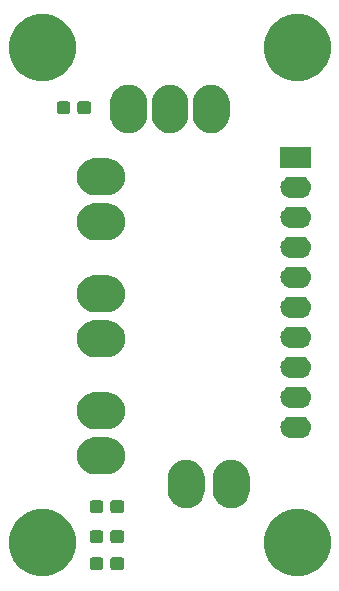
<source format=gbr>
G04 #@! TF.GenerationSoftware,KiCad,Pcbnew,5.1.4-e60b266~84~ubuntu18.04.1*
G04 #@! TF.CreationDate,2019-09-26T21:44:43+08:00*
G04 #@! TF.ProjectId,head,68656164-2e6b-4696-9361-645f70636258,rev?*
G04 #@! TF.SameCoordinates,Original*
G04 #@! TF.FileFunction,Soldermask,Bot*
G04 #@! TF.FilePolarity,Negative*
%FSLAX46Y46*%
G04 Gerber Fmt 4.6, Leading zero omitted, Abs format (unit mm)*
G04 Created by KiCad (PCBNEW 5.1.4-e60b266~84~ubuntu18.04.1) date 2019-09-26 21:44:43*
%MOMM*%
%LPD*%
G04 APERTURE LIST*
%ADD10C,1.200000*%
%ADD11C,0.100000*%
G04 APERTURE END LIST*
D10*
X115316000Y-32131000D02*
G75*
G03X115316000Y-32131000I-1905000J0D01*
G01*
X115316000Y-74041000D02*
G75*
G03X115316000Y-74041000I-1905000J0D01*
G01*
X93726000Y-74041000D02*
G75*
G03X93726000Y-74041000I-1905000J0D01*
G01*
X93726000Y-32131000D02*
G75*
G03X93726000Y-32131000I-1905000J0D01*
G01*
D11*
G36*
X114242313Y-71300523D02*
G01*
X114760980Y-71515362D01*
X114915871Y-71618857D01*
X115227769Y-71827260D01*
X115624740Y-72224231D01*
X115833143Y-72536129D01*
X115936638Y-72691020D01*
X116151477Y-73209687D01*
X116261000Y-73760298D01*
X116261000Y-74321702D01*
X116151477Y-74872313D01*
X115936638Y-75390980D01*
X115864035Y-75499638D01*
X115624740Y-75857769D01*
X115227769Y-76254740D01*
X114915871Y-76463143D01*
X114760980Y-76566638D01*
X114242313Y-76781477D01*
X113691702Y-76891000D01*
X113130298Y-76891000D01*
X112579687Y-76781477D01*
X112061020Y-76566638D01*
X111906129Y-76463143D01*
X111594231Y-76254740D01*
X111197260Y-75857769D01*
X110957965Y-75499638D01*
X110885362Y-75390980D01*
X110670523Y-74872313D01*
X110561000Y-74321702D01*
X110561000Y-73760298D01*
X110670523Y-73209687D01*
X110885362Y-72691020D01*
X110988857Y-72536129D01*
X111197260Y-72224231D01*
X111594231Y-71827260D01*
X111906129Y-71618857D01*
X112061020Y-71515362D01*
X112579687Y-71300523D01*
X113130298Y-71191000D01*
X113691702Y-71191000D01*
X114242313Y-71300523D01*
X114242313Y-71300523D01*
G37*
G36*
X92652313Y-71300523D02*
G01*
X93170980Y-71515362D01*
X93325871Y-71618857D01*
X93637769Y-71827260D01*
X94034740Y-72224231D01*
X94243143Y-72536129D01*
X94346638Y-72691020D01*
X94561477Y-73209687D01*
X94671000Y-73760298D01*
X94671000Y-74321702D01*
X94561477Y-74872313D01*
X94346638Y-75390980D01*
X94274035Y-75499638D01*
X94034740Y-75857769D01*
X93637769Y-76254740D01*
X93325871Y-76463143D01*
X93170980Y-76566638D01*
X92652313Y-76781477D01*
X92101702Y-76891000D01*
X91540298Y-76891000D01*
X90989687Y-76781477D01*
X90471020Y-76566638D01*
X90316129Y-76463143D01*
X90004231Y-76254740D01*
X89607260Y-75857769D01*
X89367965Y-75499638D01*
X89295362Y-75390980D01*
X89080523Y-74872313D01*
X88971000Y-74321702D01*
X88971000Y-73760298D01*
X89080523Y-73209687D01*
X89295362Y-72691020D01*
X89398857Y-72536129D01*
X89607260Y-72224231D01*
X90004231Y-71827260D01*
X90316129Y-71618857D01*
X90471020Y-71515362D01*
X90989687Y-71300523D01*
X91540298Y-71191000D01*
X92101702Y-71191000D01*
X92652313Y-71300523D01*
X92652313Y-71300523D01*
G37*
G36*
X98571499Y-75297445D02*
G01*
X98608995Y-75308820D01*
X98643554Y-75327292D01*
X98673847Y-75352153D01*
X98698708Y-75382446D01*
X98717180Y-75417005D01*
X98728555Y-75454501D01*
X98733000Y-75499638D01*
X98733000Y-76138362D01*
X98728555Y-76183499D01*
X98717180Y-76220995D01*
X98698708Y-76255554D01*
X98673847Y-76285847D01*
X98643554Y-76310708D01*
X98608995Y-76329180D01*
X98571499Y-76340555D01*
X98526362Y-76345000D01*
X97787638Y-76345000D01*
X97742501Y-76340555D01*
X97705005Y-76329180D01*
X97670446Y-76310708D01*
X97640153Y-76285847D01*
X97615292Y-76255554D01*
X97596820Y-76220995D01*
X97585445Y-76183499D01*
X97581000Y-76138362D01*
X97581000Y-75499638D01*
X97585445Y-75454501D01*
X97596820Y-75417005D01*
X97615292Y-75382446D01*
X97640153Y-75352153D01*
X97670446Y-75327292D01*
X97705005Y-75308820D01*
X97742501Y-75297445D01*
X97787638Y-75293000D01*
X98526362Y-75293000D01*
X98571499Y-75297445D01*
X98571499Y-75297445D01*
G37*
G36*
X96821499Y-75297445D02*
G01*
X96858995Y-75308820D01*
X96893554Y-75327292D01*
X96923847Y-75352153D01*
X96948708Y-75382446D01*
X96967180Y-75417005D01*
X96978555Y-75454501D01*
X96983000Y-75499638D01*
X96983000Y-76138362D01*
X96978555Y-76183499D01*
X96967180Y-76220995D01*
X96948708Y-76255554D01*
X96923847Y-76285847D01*
X96893554Y-76310708D01*
X96858995Y-76329180D01*
X96821499Y-76340555D01*
X96776362Y-76345000D01*
X96037638Y-76345000D01*
X95992501Y-76340555D01*
X95955005Y-76329180D01*
X95920446Y-76310708D01*
X95890153Y-76285847D01*
X95865292Y-76255554D01*
X95846820Y-76220995D01*
X95835445Y-76183499D01*
X95831000Y-76138362D01*
X95831000Y-75499638D01*
X95835445Y-75454501D01*
X95846820Y-75417005D01*
X95865292Y-75382446D01*
X95890153Y-75352153D01*
X95920446Y-75327292D01*
X95955005Y-75308820D01*
X95992501Y-75297445D01*
X96037638Y-75293000D01*
X96776362Y-75293000D01*
X96821499Y-75297445D01*
X96821499Y-75297445D01*
G37*
G36*
X98571499Y-73011445D02*
G01*
X98608995Y-73022820D01*
X98643554Y-73041292D01*
X98673847Y-73066153D01*
X98698708Y-73096446D01*
X98717180Y-73131005D01*
X98728555Y-73168501D01*
X98733000Y-73213638D01*
X98733000Y-73852362D01*
X98728555Y-73897499D01*
X98717180Y-73934995D01*
X98698708Y-73969554D01*
X98673847Y-73999847D01*
X98643554Y-74024708D01*
X98608995Y-74043180D01*
X98571499Y-74054555D01*
X98526362Y-74059000D01*
X97787638Y-74059000D01*
X97742501Y-74054555D01*
X97705005Y-74043180D01*
X97670446Y-74024708D01*
X97640153Y-73999847D01*
X97615292Y-73969554D01*
X97596820Y-73934995D01*
X97585445Y-73897499D01*
X97581000Y-73852362D01*
X97581000Y-73213638D01*
X97585445Y-73168501D01*
X97596820Y-73131005D01*
X97615292Y-73096446D01*
X97640153Y-73066153D01*
X97670446Y-73041292D01*
X97705005Y-73022820D01*
X97742501Y-73011445D01*
X97787638Y-73007000D01*
X98526362Y-73007000D01*
X98571499Y-73011445D01*
X98571499Y-73011445D01*
G37*
G36*
X96821499Y-73011445D02*
G01*
X96858995Y-73022820D01*
X96893554Y-73041292D01*
X96923847Y-73066153D01*
X96948708Y-73096446D01*
X96967180Y-73131005D01*
X96978555Y-73168501D01*
X96983000Y-73213638D01*
X96983000Y-73852362D01*
X96978555Y-73897499D01*
X96967180Y-73934995D01*
X96948708Y-73969554D01*
X96923847Y-73999847D01*
X96893554Y-74024708D01*
X96858995Y-74043180D01*
X96821499Y-74054555D01*
X96776362Y-74059000D01*
X96037638Y-74059000D01*
X95992501Y-74054555D01*
X95955005Y-74043180D01*
X95920446Y-74024708D01*
X95890153Y-73999847D01*
X95865292Y-73969554D01*
X95846820Y-73934995D01*
X95835445Y-73897499D01*
X95831000Y-73852362D01*
X95831000Y-73213638D01*
X95835445Y-73168501D01*
X95846820Y-73131005D01*
X95865292Y-73096446D01*
X95890153Y-73066153D01*
X95920446Y-73041292D01*
X95955005Y-73022820D01*
X95992501Y-73011445D01*
X96037638Y-73007000D01*
X96776362Y-73007000D01*
X96821499Y-73011445D01*
X96821499Y-73011445D01*
G37*
G36*
X96821499Y-70471445D02*
G01*
X96858995Y-70482820D01*
X96893554Y-70501292D01*
X96923847Y-70526153D01*
X96948708Y-70556446D01*
X96967180Y-70591005D01*
X96978555Y-70628501D01*
X96983000Y-70673638D01*
X96983000Y-71312362D01*
X96978555Y-71357499D01*
X96967180Y-71394995D01*
X96948708Y-71429554D01*
X96923847Y-71459847D01*
X96893554Y-71484708D01*
X96858995Y-71503180D01*
X96821499Y-71514555D01*
X96776362Y-71519000D01*
X96037638Y-71519000D01*
X95992501Y-71514555D01*
X95955005Y-71503180D01*
X95920446Y-71484708D01*
X95890153Y-71459847D01*
X95865292Y-71429554D01*
X95846820Y-71394995D01*
X95835445Y-71357499D01*
X95831000Y-71312362D01*
X95831000Y-70673638D01*
X95835445Y-70628501D01*
X95846820Y-70591005D01*
X95865292Y-70556446D01*
X95890153Y-70526153D01*
X95920446Y-70501292D01*
X95955005Y-70482820D01*
X95992501Y-70471445D01*
X96037638Y-70467000D01*
X96776362Y-70467000D01*
X96821499Y-70471445D01*
X96821499Y-70471445D01*
G37*
G36*
X98571499Y-70471445D02*
G01*
X98608995Y-70482820D01*
X98643554Y-70501292D01*
X98673847Y-70526153D01*
X98698708Y-70556446D01*
X98717180Y-70591005D01*
X98728555Y-70628501D01*
X98733000Y-70673638D01*
X98733000Y-71312362D01*
X98728555Y-71357499D01*
X98717180Y-71394995D01*
X98698708Y-71429554D01*
X98673847Y-71459847D01*
X98643554Y-71484708D01*
X98608995Y-71503180D01*
X98571499Y-71514555D01*
X98526362Y-71519000D01*
X97787638Y-71519000D01*
X97742501Y-71514555D01*
X97705005Y-71503180D01*
X97670446Y-71484708D01*
X97640153Y-71459847D01*
X97615292Y-71429554D01*
X97596820Y-71394995D01*
X97585445Y-71357499D01*
X97581000Y-71312362D01*
X97581000Y-70673638D01*
X97585445Y-70628501D01*
X97596820Y-70591005D01*
X97615292Y-70556446D01*
X97640153Y-70526153D01*
X97670446Y-70501292D01*
X97705005Y-70482820D01*
X97742501Y-70471445D01*
X97787638Y-70467000D01*
X98526362Y-70467000D01*
X98571499Y-70471445D01*
X98571499Y-70471445D01*
G37*
G36*
X104317049Y-67059442D02*
G01*
X104609414Y-67148130D01*
X104609416Y-67148131D01*
X104878858Y-67292150D01*
X105115029Y-67485971D01*
X105308850Y-67722142D01*
X105452869Y-67991584D01*
X105452870Y-67991586D01*
X105541558Y-68283951D01*
X105564000Y-68511810D01*
X105564000Y-69664190D01*
X105541558Y-69892049D01*
X105452870Y-70184413D01*
X105452869Y-70184416D01*
X105308850Y-70453858D01*
X105202395Y-70583574D01*
X105115029Y-70690029D01*
X104914768Y-70854378D01*
X104878856Y-70883850D01*
X104609415Y-71027869D01*
X104609413Y-71027870D01*
X104317048Y-71116558D01*
X104013000Y-71146504D01*
X103708951Y-71116558D01*
X103416586Y-71027870D01*
X103416584Y-71027869D01*
X103147142Y-70883850D01*
X102959676Y-70730000D01*
X102910971Y-70690029D01*
X102717151Y-70453857D01*
X102573130Y-70184413D01*
X102484442Y-69892048D01*
X102462000Y-69664189D01*
X102462000Y-68511810D01*
X102484442Y-68283951D01*
X102573130Y-67991586D01*
X102717151Y-67722142D01*
X102910972Y-67485971D01*
X103147143Y-67292150D01*
X103416585Y-67148131D01*
X103416587Y-67148130D01*
X103708952Y-67059442D01*
X104013000Y-67029496D01*
X104317049Y-67059442D01*
X104317049Y-67059442D01*
G37*
G36*
X108127049Y-67059442D02*
G01*
X108419414Y-67148130D01*
X108419416Y-67148131D01*
X108688858Y-67292150D01*
X108925029Y-67485971D01*
X109118850Y-67722142D01*
X109262869Y-67991584D01*
X109262870Y-67991586D01*
X109351558Y-68283951D01*
X109374000Y-68511810D01*
X109374000Y-69664190D01*
X109351558Y-69892049D01*
X109262870Y-70184413D01*
X109262869Y-70184416D01*
X109118850Y-70453858D01*
X109012395Y-70583574D01*
X108925029Y-70690029D01*
X108724768Y-70854378D01*
X108688856Y-70883850D01*
X108419415Y-71027869D01*
X108419413Y-71027870D01*
X108127048Y-71116558D01*
X107823000Y-71146504D01*
X107518951Y-71116558D01*
X107226586Y-71027870D01*
X107226584Y-71027869D01*
X106957142Y-70883850D01*
X106769676Y-70730000D01*
X106720971Y-70690029D01*
X106527151Y-70453857D01*
X106383130Y-70184413D01*
X106294442Y-69892048D01*
X106272000Y-69664189D01*
X106272000Y-68511810D01*
X106294442Y-68283951D01*
X106383130Y-67991586D01*
X106527151Y-67722142D01*
X106720972Y-67485971D01*
X106957143Y-67292150D01*
X107226585Y-67148131D01*
X107226587Y-67148130D01*
X107518952Y-67059442D01*
X107823000Y-67029496D01*
X108127049Y-67059442D01*
X108127049Y-67059442D01*
G37*
G36*
X97426143Y-65131481D02*
G01*
X97578049Y-65146442D01*
X97870414Y-65235130D01*
X97870416Y-65235131D01*
X98139858Y-65379150D01*
X98376029Y-65572971D01*
X98569850Y-65809142D01*
X98713869Y-66078584D01*
X98713870Y-66078586D01*
X98802558Y-66370951D01*
X98832504Y-66675000D01*
X98802558Y-66979049D01*
X98713870Y-67271414D01*
X98713869Y-67271416D01*
X98569850Y-67540858D01*
X98376029Y-67777029D01*
X98139858Y-67970850D01*
X97870416Y-68114869D01*
X97870414Y-68114870D01*
X97578049Y-68203558D01*
X97426143Y-68218519D01*
X97350191Y-68226000D01*
X96197809Y-68226000D01*
X96121857Y-68218519D01*
X95969951Y-68203558D01*
X95677586Y-68114870D01*
X95677584Y-68114869D01*
X95408142Y-67970850D01*
X95171971Y-67777029D01*
X94978150Y-67540858D01*
X94834131Y-67271416D01*
X94834130Y-67271414D01*
X94745442Y-66979049D01*
X94715496Y-66675000D01*
X94745442Y-66370951D01*
X94834130Y-66078586D01*
X94834131Y-66078584D01*
X94978150Y-65809142D01*
X95171971Y-65572971D01*
X95408142Y-65379150D01*
X95677584Y-65235131D01*
X95677586Y-65235130D01*
X95969951Y-65146442D01*
X96121857Y-65131481D01*
X96197809Y-65124000D01*
X97350191Y-65124000D01*
X97426143Y-65131481D01*
X97426143Y-65131481D01*
G37*
G36*
X113794442Y-63367518D02*
G01*
X113860627Y-63374037D01*
X114030466Y-63425557D01*
X114186991Y-63509222D01*
X114222729Y-63538552D01*
X114324186Y-63621814D01*
X114407448Y-63723271D01*
X114436778Y-63759009D01*
X114520443Y-63915534D01*
X114571963Y-64085373D01*
X114589359Y-64262000D01*
X114571963Y-64438627D01*
X114520443Y-64608466D01*
X114436778Y-64764991D01*
X114407448Y-64800729D01*
X114324186Y-64902186D01*
X114222729Y-64985448D01*
X114186991Y-65014778D01*
X114030466Y-65098443D01*
X113860627Y-65149963D01*
X113794443Y-65156481D01*
X113728260Y-65163000D01*
X112839740Y-65163000D01*
X112773557Y-65156481D01*
X112707373Y-65149963D01*
X112537534Y-65098443D01*
X112381009Y-65014778D01*
X112345271Y-64985448D01*
X112243814Y-64902186D01*
X112160552Y-64800729D01*
X112131222Y-64764991D01*
X112047557Y-64608466D01*
X111996037Y-64438627D01*
X111978641Y-64262000D01*
X111996037Y-64085373D01*
X112047557Y-63915534D01*
X112131222Y-63759009D01*
X112160552Y-63723271D01*
X112243814Y-63621814D01*
X112345271Y-63538552D01*
X112381009Y-63509222D01*
X112537534Y-63425557D01*
X112707373Y-63374037D01*
X112773558Y-63367518D01*
X112839740Y-63361000D01*
X113728260Y-63361000D01*
X113794442Y-63367518D01*
X113794442Y-63367518D01*
G37*
G36*
X97426143Y-61321481D02*
G01*
X97578049Y-61336442D01*
X97870414Y-61425130D01*
X97870416Y-61425131D01*
X98139858Y-61569150D01*
X98376029Y-61762971D01*
X98569850Y-61999142D01*
X98606905Y-62068468D01*
X98713870Y-62268586D01*
X98802558Y-62560951D01*
X98832504Y-62865000D01*
X98802558Y-63169049D01*
X98713870Y-63461414D01*
X98713869Y-63461416D01*
X98569850Y-63730858D01*
X98376029Y-63967029D01*
X98139858Y-64160850D01*
X97870416Y-64304869D01*
X97870414Y-64304870D01*
X97578049Y-64393558D01*
X97426143Y-64408519D01*
X97350191Y-64416000D01*
X96197809Y-64416000D01*
X96121857Y-64408519D01*
X95969951Y-64393558D01*
X95677586Y-64304870D01*
X95677584Y-64304869D01*
X95408142Y-64160850D01*
X95171971Y-63967029D01*
X94978150Y-63730858D01*
X94834131Y-63461416D01*
X94834130Y-63461414D01*
X94745442Y-63169049D01*
X94715496Y-62865000D01*
X94745442Y-62560951D01*
X94834130Y-62268586D01*
X94941095Y-62068468D01*
X94978150Y-61999142D01*
X95171971Y-61762971D01*
X95408142Y-61569150D01*
X95677584Y-61425131D01*
X95677586Y-61425130D01*
X95969951Y-61336442D01*
X96121857Y-61321481D01*
X96197809Y-61314000D01*
X97350191Y-61314000D01*
X97426143Y-61321481D01*
X97426143Y-61321481D01*
G37*
G36*
X113794443Y-60827519D02*
G01*
X113860627Y-60834037D01*
X114030466Y-60885557D01*
X114186991Y-60969222D01*
X114222729Y-60998552D01*
X114324186Y-61081814D01*
X114407448Y-61183271D01*
X114436778Y-61219009D01*
X114520443Y-61375534D01*
X114571963Y-61545373D01*
X114589359Y-61722000D01*
X114571963Y-61898627D01*
X114520443Y-62068466D01*
X114436778Y-62224991D01*
X114407448Y-62260729D01*
X114324186Y-62362186D01*
X114222729Y-62445448D01*
X114186991Y-62474778D01*
X114030466Y-62558443D01*
X113860627Y-62609963D01*
X113794442Y-62616482D01*
X113728260Y-62623000D01*
X112839740Y-62623000D01*
X112773558Y-62616482D01*
X112707373Y-62609963D01*
X112537534Y-62558443D01*
X112381009Y-62474778D01*
X112345271Y-62445448D01*
X112243814Y-62362186D01*
X112160552Y-62260729D01*
X112131222Y-62224991D01*
X112047557Y-62068466D01*
X111996037Y-61898627D01*
X111978641Y-61722000D01*
X111996037Y-61545373D01*
X112047557Y-61375534D01*
X112131222Y-61219009D01*
X112160552Y-61183271D01*
X112243814Y-61081814D01*
X112345271Y-60998552D01*
X112381009Y-60969222D01*
X112537534Y-60885557D01*
X112707373Y-60834037D01*
X112773557Y-60827519D01*
X112839740Y-60821000D01*
X113728260Y-60821000D01*
X113794443Y-60827519D01*
X113794443Y-60827519D01*
G37*
G36*
X113794442Y-58287518D02*
G01*
X113860627Y-58294037D01*
X114030466Y-58345557D01*
X114186991Y-58429222D01*
X114222729Y-58458552D01*
X114324186Y-58541814D01*
X114407448Y-58643271D01*
X114436778Y-58679009D01*
X114520443Y-58835534D01*
X114571963Y-59005373D01*
X114589359Y-59182000D01*
X114571963Y-59358627D01*
X114520443Y-59528466D01*
X114436778Y-59684991D01*
X114407448Y-59720729D01*
X114324186Y-59822186D01*
X114222729Y-59905448D01*
X114186991Y-59934778D01*
X114030466Y-60018443D01*
X113860627Y-60069963D01*
X113794442Y-60076482D01*
X113728260Y-60083000D01*
X112839740Y-60083000D01*
X112773558Y-60076482D01*
X112707373Y-60069963D01*
X112537534Y-60018443D01*
X112381009Y-59934778D01*
X112345271Y-59905448D01*
X112243814Y-59822186D01*
X112160552Y-59720729D01*
X112131222Y-59684991D01*
X112047557Y-59528466D01*
X111996037Y-59358627D01*
X111978641Y-59182000D01*
X111996037Y-59005373D01*
X112047557Y-58835534D01*
X112131222Y-58679009D01*
X112160552Y-58643271D01*
X112243814Y-58541814D01*
X112345271Y-58458552D01*
X112381009Y-58429222D01*
X112537534Y-58345557D01*
X112707373Y-58294037D01*
X112773558Y-58287518D01*
X112839740Y-58281000D01*
X113728260Y-58281000D01*
X113794442Y-58287518D01*
X113794442Y-58287518D01*
G37*
G36*
X97426143Y-55225481D02*
G01*
X97578049Y-55240442D01*
X97870414Y-55329130D01*
X97870416Y-55329131D01*
X98139858Y-55473150D01*
X98376029Y-55666971D01*
X98569850Y-55903142D01*
X98695923Y-56139009D01*
X98713870Y-56172586D01*
X98802558Y-56464951D01*
X98832504Y-56769000D01*
X98802558Y-57073049D01*
X98713870Y-57365414D01*
X98713869Y-57365416D01*
X98569850Y-57634858D01*
X98376029Y-57871029D01*
X98139858Y-58064850D01*
X97870416Y-58208869D01*
X97870414Y-58208870D01*
X97578049Y-58297558D01*
X97426143Y-58312519D01*
X97350191Y-58320000D01*
X96197809Y-58320000D01*
X96121857Y-58312519D01*
X95969951Y-58297558D01*
X95677586Y-58208870D01*
X95677584Y-58208869D01*
X95408142Y-58064850D01*
X95171971Y-57871029D01*
X94978150Y-57634858D01*
X94834131Y-57365416D01*
X94834130Y-57365414D01*
X94745442Y-57073049D01*
X94715496Y-56769000D01*
X94745442Y-56464951D01*
X94834130Y-56172586D01*
X94852077Y-56139009D01*
X94978150Y-55903142D01*
X95171971Y-55666971D01*
X95408142Y-55473150D01*
X95677584Y-55329131D01*
X95677586Y-55329130D01*
X95969951Y-55240442D01*
X96121857Y-55225481D01*
X96197809Y-55218000D01*
X97350191Y-55218000D01*
X97426143Y-55225481D01*
X97426143Y-55225481D01*
G37*
G36*
X113794442Y-55747518D02*
G01*
X113860627Y-55754037D01*
X114030466Y-55805557D01*
X114186991Y-55889222D01*
X114203952Y-55903142D01*
X114324186Y-56001814D01*
X114407448Y-56103271D01*
X114436778Y-56139009D01*
X114520443Y-56295534D01*
X114571963Y-56465373D01*
X114589359Y-56642000D01*
X114571963Y-56818627D01*
X114520443Y-56988466D01*
X114436778Y-57144991D01*
X114407448Y-57180729D01*
X114324186Y-57282186D01*
X114222771Y-57365414D01*
X114186991Y-57394778D01*
X114030466Y-57478443D01*
X113860627Y-57529963D01*
X113794442Y-57536482D01*
X113728260Y-57543000D01*
X112839740Y-57543000D01*
X112773558Y-57536482D01*
X112707373Y-57529963D01*
X112537534Y-57478443D01*
X112381009Y-57394778D01*
X112345229Y-57365414D01*
X112243814Y-57282186D01*
X112160552Y-57180729D01*
X112131222Y-57144991D01*
X112047557Y-56988466D01*
X111996037Y-56818627D01*
X111978641Y-56642000D01*
X111996037Y-56465373D01*
X112047557Y-56295534D01*
X112131222Y-56139009D01*
X112160552Y-56103271D01*
X112243814Y-56001814D01*
X112364048Y-55903142D01*
X112381009Y-55889222D01*
X112537534Y-55805557D01*
X112707373Y-55754037D01*
X112773558Y-55747518D01*
X112839740Y-55741000D01*
X113728260Y-55741000D01*
X113794442Y-55747518D01*
X113794442Y-55747518D01*
G37*
G36*
X113794442Y-53207518D02*
G01*
X113860627Y-53214037D01*
X114030466Y-53265557D01*
X114186991Y-53349222D01*
X114222729Y-53378552D01*
X114324186Y-53461814D01*
X114401000Y-53555414D01*
X114436778Y-53599009D01*
X114520443Y-53755534D01*
X114571963Y-53925373D01*
X114589359Y-54102000D01*
X114571963Y-54278627D01*
X114520443Y-54448466D01*
X114436778Y-54604991D01*
X114407448Y-54640729D01*
X114324186Y-54742186D01*
X114222729Y-54825448D01*
X114186991Y-54854778D01*
X114030466Y-54938443D01*
X113860627Y-54989963D01*
X113794443Y-54996481D01*
X113728260Y-55003000D01*
X112839740Y-55003000D01*
X112773557Y-54996481D01*
X112707373Y-54989963D01*
X112537534Y-54938443D01*
X112381009Y-54854778D01*
X112345271Y-54825448D01*
X112243814Y-54742186D01*
X112160552Y-54640729D01*
X112131222Y-54604991D01*
X112047557Y-54448466D01*
X111996037Y-54278627D01*
X111978641Y-54102000D01*
X111996037Y-53925373D01*
X112047557Y-53755534D01*
X112131222Y-53599009D01*
X112167000Y-53555414D01*
X112243814Y-53461814D01*
X112345271Y-53378552D01*
X112381009Y-53349222D01*
X112537534Y-53265557D01*
X112707373Y-53214037D01*
X112773558Y-53207518D01*
X112839740Y-53201000D01*
X113728260Y-53201000D01*
X113794442Y-53207518D01*
X113794442Y-53207518D01*
G37*
G36*
X97426143Y-51415481D02*
G01*
X97578049Y-51430442D01*
X97870414Y-51519130D01*
X97870416Y-51519131D01*
X98139858Y-51663150D01*
X98376029Y-51856971D01*
X98569850Y-52093142D01*
X98688316Y-52314778D01*
X98713870Y-52362586D01*
X98802558Y-52654951D01*
X98832504Y-52959000D01*
X98802558Y-53263049D01*
X98713870Y-53555414D01*
X98713869Y-53555416D01*
X98569850Y-53824858D01*
X98376029Y-54061029D01*
X98139858Y-54254850D01*
X97870416Y-54398869D01*
X97870414Y-54398870D01*
X97578049Y-54487558D01*
X97426143Y-54502519D01*
X97350191Y-54510000D01*
X96197809Y-54510000D01*
X96121857Y-54502519D01*
X95969951Y-54487558D01*
X95677586Y-54398870D01*
X95677584Y-54398869D01*
X95408142Y-54254850D01*
X95171971Y-54061029D01*
X94978150Y-53824858D01*
X94834131Y-53555416D01*
X94834130Y-53555414D01*
X94745442Y-53263049D01*
X94715496Y-52959000D01*
X94745442Y-52654951D01*
X94834130Y-52362586D01*
X94859684Y-52314778D01*
X94978150Y-52093142D01*
X95171971Y-51856971D01*
X95408142Y-51663150D01*
X95677584Y-51519131D01*
X95677586Y-51519130D01*
X95969951Y-51430442D01*
X96121857Y-51415481D01*
X96197809Y-51408000D01*
X97350191Y-51408000D01*
X97426143Y-51415481D01*
X97426143Y-51415481D01*
G37*
G36*
X113794442Y-50667518D02*
G01*
X113860627Y-50674037D01*
X114030466Y-50725557D01*
X114186991Y-50809222D01*
X114222729Y-50838552D01*
X114324186Y-50921814D01*
X114407448Y-51023271D01*
X114436778Y-51059009D01*
X114520443Y-51215534D01*
X114571963Y-51385373D01*
X114589359Y-51562000D01*
X114571963Y-51738627D01*
X114520443Y-51908466D01*
X114436778Y-52064991D01*
X114413675Y-52093142D01*
X114324186Y-52202186D01*
X114222729Y-52285448D01*
X114186991Y-52314778D01*
X114030466Y-52398443D01*
X113860627Y-52449963D01*
X113794443Y-52456481D01*
X113728260Y-52463000D01*
X112839740Y-52463000D01*
X112773557Y-52456481D01*
X112707373Y-52449963D01*
X112537534Y-52398443D01*
X112381009Y-52314778D01*
X112345271Y-52285448D01*
X112243814Y-52202186D01*
X112154325Y-52093142D01*
X112131222Y-52064991D01*
X112047557Y-51908466D01*
X111996037Y-51738627D01*
X111978641Y-51562000D01*
X111996037Y-51385373D01*
X112047557Y-51215534D01*
X112131222Y-51059009D01*
X112160552Y-51023271D01*
X112243814Y-50921814D01*
X112345271Y-50838552D01*
X112381009Y-50809222D01*
X112537534Y-50725557D01*
X112707373Y-50674037D01*
X112773558Y-50667518D01*
X112839740Y-50661000D01*
X113728260Y-50661000D01*
X113794442Y-50667518D01*
X113794442Y-50667518D01*
G37*
G36*
X113794443Y-48127519D02*
G01*
X113860627Y-48134037D01*
X114030466Y-48185557D01*
X114186991Y-48269222D01*
X114222729Y-48298552D01*
X114324186Y-48381814D01*
X114407448Y-48483271D01*
X114436778Y-48519009D01*
X114520443Y-48675534D01*
X114571963Y-48845373D01*
X114589359Y-49022000D01*
X114571963Y-49198627D01*
X114520443Y-49368466D01*
X114436778Y-49524991D01*
X114407448Y-49560729D01*
X114324186Y-49662186D01*
X114222729Y-49745448D01*
X114186991Y-49774778D01*
X114030466Y-49858443D01*
X113860627Y-49909963D01*
X113794443Y-49916481D01*
X113728260Y-49923000D01*
X112839740Y-49923000D01*
X112773557Y-49916481D01*
X112707373Y-49909963D01*
X112537534Y-49858443D01*
X112381009Y-49774778D01*
X112345271Y-49745448D01*
X112243814Y-49662186D01*
X112160552Y-49560729D01*
X112131222Y-49524991D01*
X112047557Y-49368466D01*
X111996037Y-49198627D01*
X111978641Y-49022000D01*
X111996037Y-48845373D01*
X112047557Y-48675534D01*
X112131222Y-48519009D01*
X112160552Y-48483271D01*
X112243814Y-48381814D01*
X112345271Y-48298552D01*
X112381009Y-48269222D01*
X112537534Y-48185557D01*
X112707373Y-48134037D01*
X112773558Y-48127518D01*
X112839740Y-48121000D01*
X113728260Y-48121000D01*
X113794443Y-48127519D01*
X113794443Y-48127519D01*
G37*
G36*
X97426143Y-45319481D02*
G01*
X97578049Y-45334442D01*
X97870414Y-45423130D01*
X97870416Y-45423131D01*
X98139858Y-45567150D01*
X98376029Y-45760971D01*
X98569850Y-45997142D01*
X98713869Y-46266584D01*
X98713870Y-46266586D01*
X98802558Y-46558951D01*
X98832504Y-46863000D01*
X98802558Y-47167049D01*
X98713870Y-47459414D01*
X98713869Y-47459416D01*
X98569850Y-47728858D01*
X98376029Y-47965029D01*
X98139858Y-48158850D01*
X97933367Y-48269221D01*
X97870414Y-48302870D01*
X97578049Y-48391558D01*
X97426143Y-48406519D01*
X97350191Y-48414000D01*
X96197809Y-48414000D01*
X96121857Y-48406519D01*
X95969951Y-48391558D01*
X95677586Y-48302870D01*
X95614633Y-48269221D01*
X95408142Y-48158850D01*
X95171971Y-47965029D01*
X94978150Y-47728858D01*
X94834131Y-47459416D01*
X94834130Y-47459414D01*
X94745442Y-47167049D01*
X94715496Y-46863000D01*
X94745442Y-46558951D01*
X94834130Y-46266586D01*
X94834131Y-46266584D01*
X94978150Y-45997142D01*
X95171971Y-45760971D01*
X95408142Y-45567150D01*
X95677584Y-45423131D01*
X95677586Y-45423130D01*
X95969951Y-45334442D01*
X96121857Y-45319481D01*
X96197809Y-45312000D01*
X97350191Y-45312000D01*
X97426143Y-45319481D01*
X97426143Y-45319481D01*
G37*
G36*
X113794442Y-45587518D02*
G01*
X113860627Y-45594037D01*
X114030466Y-45645557D01*
X114186991Y-45729222D01*
X114222729Y-45758552D01*
X114324186Y-45841814D01*
X114407448Y-45943271D01*
X114436778Y-45979009D01*
X114520443Y-46135534D01*
X114571963Y-46305373D01*
X114589359Y-46482000D01*
X114571963Y-46658627D01*
X114520443Y-46828466D01*
X114436778Y-46984991D01*
X114407448Y-47020729D01*
X114324186Y-47122186D01*
X114222729Y-47205448D01*
X114186991Y-47234778D01*
X114030466Y-47318443D01*
X113860627Y-47369963D01*
X113794442Y-47376482D01*
X113728260Y-47383000D01*
X112839740Y-47383000D01*
X112773557Y-47376481D01*
X112707373Y-47369963D01*
X112537534Y-47318443D01*
X112381009Y-47234778D01*
X112345271Y-47205448D01*
X112243814Y-47122186D01*
X112160552Y-47020729D01*
X112131222Y-46984991D01*
X112047557Y-46828466D01*
X111996037Y-46658627D01*
X111978641Y-46482000D01*
X111996037Y-46305373D01*
X112047557Y-46135534D01*
X112131222Y-45979009D01*
X112160552Y-45943271D01*
X112243814Y-45841814D01*
X112345271Y-45758552D01*
X112381009Y-45729222D01*
X112537534Y-45645557D01*
X112707373Y-45594037D01*
X112773558Y-45587518D01*
X112839740Y-45581000D01*
X113728260Y-45581000D01*
X113794442Y-45587518D01*
X113794442Y-45587518D01*
G37*
G36*
X113794442Y-43047518D02*
G01*
X113860627Y-43054037D01*
X114030466Y-43105557D01*
X114186991Y-43189222D01*
X114222729Y-43218552D01*
X114324186Y-43301814D01*
X114407448Y-43403271D01*
X114436778Y-43439009D01*
X114520443Y-43595534D01*
X114571963Y-43765373D01*
X114589359Y-43942000D01*
X114571963Y-44118627D01*
X114520443Y-44288466D01*
X114436778Y-44444991D01*
X114407448Y-44480729D01*
X114324186Y-44582186D01*
X114222729Y-44665448D01*
X114186991Y-44694778D01*
X114030466Y-44778443D01*
X113860627Y-44829963D01*
X113794442Y-44836482D01*
X113728260Y-44843000D01*
X112839740Y-44843000D01*
X112773558Y-44836482D01*
X112707373Y-44829963D01*
X112537534Y-44778443D01*
X112381009Y-44694778D01*
X112345271Y-44665448D01*
X112243814Y-44582186D01*
X112160552Y-44480729D01*
X112131222Y-44444991D01*
X112047557Y-44288466D01*
X111996037Y-44118627D01*
X111978641Y-43942000D01*
X111996037Y-43765373D01*
X112047557Y-43595534D01*
X112131222Y-43439009D01*
X112160552Y-43403271D01*
X112243814Y-43301814D01*
X112345271Y-43218552D01*
X112381009Y-43189222D01*
X112537534Y-43105557D01*
X112707373Y-43054037D01*
X112773557Y-43047519D01*
X112839740Y-43041000D01*
X113728260Y-43041000D01*
X113794442Y-43047518D01*
X113794442Y-43047518D01*
G37*
G36*
X97426143Y-41509481D02*
G01*
X97578049Y-41524442D01*
X97870414Y-41613130D01*
X97870416Y-41613131D01*
X98139858Y-41757150D01*
X98376029Y-41950971D01*
X98569850Y-42187142D01*
X98713869Y-42456584D01*
X98713870Y-42456586D01*
X98802558Y-42748951D01*
X98832504Y-43053000D01*
X98802558Y-43357049D01*
X98777695Y-43439011D01*
X98713869Y-43649416D01*
X98569850Y-43918858D01*
X98376029Y-44155029D01*
X98139858Y-44348850D01*
X97870416Y-44492869D01*
X97870414Y-44492870D01*
X97578049Y-44581558D01*
X97426143Y-44596519D01*
X97350191Y-44604000D01*
X96197809Y-44604000D01*
X96121857Y-44596519D01*
X95969951Y-44581558D01*
X95677586Y-44492870D01*
X95677584Y-44492869D01*
X95408142Y-44348850D01*
X95171971Y-44155029D01*
X94978150Y-43918858D01*
X94834131Y-43649416D01*
X94770305Y-43439011D01*
X94745442Y-43357049D01*
X94715496Y-43053000D01*
X94745442Y-42748951D01*
X94834130Y-42456586D01*
X94834131Y-42456584D01*
X94978150Y-42187142D01*
X95171971Y-41950971D01*
X95408142Y-41757150D01*
X95677584Y-41613131D01*
X95677586Y-41613130D01*
X95969951Y-41524442D01*
X96121857Y-41509481D01*
X96197809Y-41502000D01*
X97350191Y-41502000D01*
X97426143Y-41509481D01*
X97426143Y-41509481D01*
G37*
G36*
X114585000Y-42303000D02*
G01*
X111983000Y-42303000D01*
X111983000Y-40501000D01*
X114585000Y-40501000D01*
X114585000Y-42303000D01*
X114585000Y-42303000D01*
G37*
G36*
X106420048Y-35309442D02*
G01*
X106712413Y-35398130D01*
X106712415Y-35398131D01*
X106981856Y-35542150D01*
X106981858Y-35542151D01*
X106981857Y-35542151D01*
X107218029Y-35735971D01*
X107305395Y-35842426D01*
X107411850Y-35972142D01*
X107555869Y-36241584D01*
X107555870Y-36241586D01*
X107644558Y-36533951D01*
X107667000Y-36761810D01*
X107667000Y-37914190D01*
X107644558Y-38142049D01*
X107555870Y-38434414D01*
X107555869Y-38434416D01*
X107411850Y-38703858D01*
X107218029Y-38940029D01*
X106981858Y-39133850D01*
X106712416Y-39277869D01*
X106712414Y-39277870D01*
X106420049Y-39366558D01*
X106116000Y-39396504D01*
X105811952Y-39366558D01*
X105519587Y-39277870D01*
X105519585Y-39277869D01*
X105250143Y-39133850D01*
X105013972Y-38940029D01*
X104820151Y-38703858D01*
X104676130Y-38434414D01*
X104587442Y-38142049D01*
X104565000Y-37914190D01*
X104565000Y-36761811D01*
X104587442Y-36533952D01*
X104676130Y-36241587D01*
X104820151Y-35972143D01*
X105013971Y-35735971D01*
X105120426Y-35648605D01*
X105250142Y-35542150D01*
X105519584Y-35398131D01*
X105519586Y-35398130D01*
X105811951Y-35309442D01*
X106116000Y-35279496D01*
X106420048Y-35309442D01*
X106420048Y-35309442D01*
G37*
G36*
X102920048Y-35309442D02*
G01*
X103212413Y-35398130D01*
X103212415Y-35398131D01*
X103481856Y-35542150D01*
X103481858Y-35542151D01*
X103481857Y-35542151D01*
X103718029Y-35735971D01*
X103805395Y-35842426D01*
X103911850Y-35972142D01*
X104055869Y-36241584D01*
X104055870Y-36241586D01*
X104144558Y-36533951D01*
X104167000Y-36761810D01*
X104167000Y-37914190D01*
X104144558Y-38142049D01*
X104055870Y-38434414D01*
X104055869Y-38434416D01*
X103911850Y-38703858D01*
X103718029Y-38940029D01*
X103481858Y-39133850D01*
X103212416Y-39277869D01*
X103212414Y-39277870D01*
X102920049Y-39366558D01*
X102616000Y-39396504D01*
X102311952Y-39366558D01*
X102019587Y-39277870D01*
X102019585Y-39277869D01*
X101750143Y-39133850D01*
X101513972Y-38940029D01*
X101320151Y-38703858D01*
X101176130Y-38434414D01*
X101087442Y-38142049D01*
X101065000Y-37914190D01*
X101065000Y-36761811D01*
X101087442Y-36533952D01*
X101176130Y-36241587D01*
X101320151Y-35972143D01*
X101513971Y-35735971D01*
X101620426Y-35648605D01*
X101750142Y-35542150D01*
X102019584Y-35398131D01*
X102019586Y-35398130D01*
X102311951Y-35309442D01*
X102616000Y-35279496D01*
X102920048Y-35309442D01*
X102920048Y-35309442D01*
G37*
G36*
X99420048Y-35309442D02*
G01*
X99712413Y-35398130D01*
X99712415Y-35398131D01*
X99981856Y-35542150D01*
X99981858Y-35542151D01*
X99981857Y-35542151D01*
X100218029Y-35735971D01*
X100305395Y-35842426D01*
X100411850Y-35972142D01*
X100555869Y-36241584D01*
X100555870Y-36241586D01*
X100644558Y-36533951D01*
X100667000Y-36761810D01*
X100667000Y-37914190D01*
X100644558Y-38142049D01*
X100555870Y-38434414D01*
X100555869Y-38434416D01*
X100411850Y-38703858D01*
X100218029Y-38940029D01*
X99981858Y-39133850D01*
X99712416Y-39277869D01*
X99712414Y-39277870D01*
X99420049Y-39366558D01*
X99116000Y-39396504D01*
X98811952Y-39366558D01*
X98519587Y-39277870D01*
X98519585Y-39277869D01*
X98250143Y-39133850D01*
X98013972Y-38940029D01*
X97820151Y-38703858D01*
X97676130Y-38434414D01*
X97587442Y-38142049D01*
X97565000Y-37914190D01*
X97565000Y-36761811D01*
X97587442Y-36533952D01*
X97676130Y-36241587D01*
X97820151Y-35972143D01*
X98013971Y-35735971D01*
X98120426Y-35648605D01*
X98250142Y-35542150D01*
X98519584Y-35398131D01*
X98519586Y-35398130D01*
X98811951Y-35309442D01*
X99116000Y-35279496D01*
X99420048Y-35309442D01*
X99420048Y-35309442D01*
G37*
G36*
X94027499Y-36689445D02*
G01*
X94064995Y-36700820D01*
X94099554Y-36719292D01*
X94129847Y-36744153D01*
X94154708Y-36774446D01*
X94173180Y-36809005D01*
X94184555Y-36846501D01*
X94189000Y-36891638D01*
X94189000Y-37530362D01*
X94184555Y-37575499D01*
X94173180Y-37612995D01*
X94154708Y-37647554D01*
X94129847Y-37677847D01*
X94099554Y-37702708D01*
X94064995Y-37721180D01*
X94027499Y-37732555D01*
X93982362Y-37737000D01*
X93243638Y-37737000D01*
X93198501Y-37732555D01*
X93161005Y-37721180D01*
X93126446Y-37702708D01*
X93096153Y-37677847D01*
X93071292Y-37647554D01*
X93052820Y-37612995D01*
X93041445Y-37575499D01*
X93037000Y-37530362D01*
X93037000Y-36891638D01*
X93041445Y-36846501D01*
X93052820Y-36809005D01*
X93071292Y-36774446D01*
X93096153Y-36744153D01*
X93126446Y-36719292D01*
X93161005Y-36700820D01*
X93198501Y-36689445D01*
X93243638Y-36685000D01*
X93982362Y-36685000D01*
X94027499Y-36689445D01*
X94027499Y-36689445D01*
G37*
G36*
X95777499Y-36689445D02*
G01*
X95814995Y-36700820D01*
X95849554Y-36719292D01*
X95879847Y-36744153D01*
X95904708Y-36774446D01*
X95923180Y-36809005D01*
X95934555Y-36846501D01*
X95939000Y-36891638D01*
X95939000Y-37530362D01*
X95934555Y-37575499D01*
X95923180Y-37612995D01*
X95904708Y-37647554D01*
X95879847Y-37677847D01*
X95849554Y-37702708D01*
X95814995Y-37721180D01*
X95777499Y-37732555D01*
X95732362Y-37737000D01*
X94993638Y-37737000D01*
X94948501Y-37732555D01*
X94911005Y-37721180D01*
X94876446Y-37702708D01*
X94846153Y-37677847D01*
X94821292Y-37647554D01*
X94802820Y-37612995D01*
X94791445Y-37575499D01*
X94787000Y-37530362D01*
X94787000Y-36891638D01*
X94791445Y-36846501D01*
X94802820Y-36809005D01*
X94821292Y-36774446D01*
X94846153Y-36744153D01*
X94876446Y-36719292D01*
X94911005Y-36700820D01*
X94948501Y-36689445D01*
X94993638Y-36685000D01*
X95732362Y-36685000D01*
X95777499Y-36689445D01*
X95777499Y-36689445D01*
G37*
G36*
X114242313Y-29390523D02*
G01*
X114760980Y-29605362D01*
X114760981Y-29605363D01*
X115227769Y-29917260D01*
X115624740Y-30314231D01*
X115833143Y-30626129D01*
X115936638Y-30781020D01*
X116151477Y-31299687D01*
X116261000Y-31850298D01*
X116261000Y-32411702D01*
X116151477Y-32962313D01*
X115936638Y-33480980D01*
X115936637Y-33480981D01*
X115624740Y-33947769D01*
X115227769Y-34344740D01*
X114915871Y-34553143D01*
X114760980Y-34656638D01*
X114242313Y-34871477D01*
X113691702Y-34981000D01*
X113130298Y-34981000D01*
X112579687Y-34871477D01*
X112061020Y-34656638D01*
X111906129Y-34553143D01*
X111594231Y-34344740D01*
X111197260Y-33947769D01*
X110885363Y-33480981D01*
X110885362Y-33480980D01*
X110670523Y-32962313D01*
X110561000Y-32411702D01*
X110561000Y-31850298D01*
X110670523Y-31299687D01*
X110885362Y-30781020D01*
X110988857Y-30626129D01*
X111197260Y-30314231D01*
X111594231Y-29917260D01*
X112061019Y-29605363D01*
X112061020Y-29605362D01*
X112579687Y-29390523D01*
X113130298Y-29281000D01*
X113691702Y-29281000D01*
X114242313Y-29390523D01*
X114242313Y-29390523D01*
G37*
G36*
X92652313Y-29390523D02*
G01*
X93170980Y-29605362D01*
X93170981Y-29605363D01*
X93637769Y-29917260D01*
X94034740Y-30314231D01*
X94243143Y-30626129D01*
X94346638Y-30781020D01*
X94561477Y-31299687D01*
X94671000Y-31850298D01*
X94671000Y-32411702D01*
X94561477Y-32962313D01*
X94346638Y-33480980D01*
X94346637Y-33480981D01*
X94034740Y-33947769D01*
X93637769Y-34344740D01*
X93325871Y-34553143D01*
X93170980Y-34656638D01*
X92652313Y-34871477D01*
X92101702Y-34981000D01*
X91540298Y-34981000D01*
X90989687Y-34871477D01*
X90471020Y-34656638D01*
X90316129Y-34553143D01*
X90004231Y-34344740D01*
X89607260Y-33947769D01*
X89295363Y-33480981D01*
X89295362Y-33480980D01*
X89080523Y-32962313D01*
X88971000Y-32411702D01*
X88971000Y-31850298D01*
X89080523Y-31299687D01*
X89295362Y-30781020D01*
X89398857Y-30626129D01*
X89607260Y-30314231D01*
X90004231Y-29917260D01*
X90471019Y-29605363D01*
X90471020Y-29605362D01*
X90989687Y-29390523D01*
X91540298Y-29281000D01*
X92101702Y-29281000D01*
X92652313Y-29390523D01*
X92652313Y-29390523D01*
G37*
M02*

</source>
